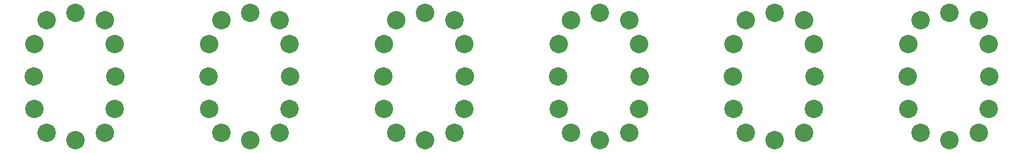
<source format=gbr>
G04 #@! TF.GenerationSoftware,KiCad,Pcbnew,(5.0.2)-1*
G04 #@! TF.CreationDate,2019-01-06T13:33:06-08:00*
G04 #@! TF.ProjectId,banana-nixie-clock,62616e61-6e61-42d6-9e69-7869652d636c,rev?*
G04 #@! TF.SameCoordinates,Original*
G04 #@! TF.FileFunction,Paste,Top*
G04 #@! TF.FilePolarity,Positive*
%FSLAX46Y46*%
G04 Gerber Fmt 4.6, Leading zero omitted, Abs format (unit mm)*
G04 Created by KiCad (PCBNEW (5.0.2)-1) date 1/6/2019 1:33:06 PM*
%MOMM*%
%LPD*%
G01*
G04 APERTURE LIST*
%ADD10C,2.540000*%
G04 APERTURE END LIST*
D10*
G04 #@! TO.C,N1*
X35242500Y-62156340D03*
X39240460Y-61155580D03*
X40733980Y-53340000D03*
X40606980Y-48841660D03*
X39240460Y-45524420D03*
X35242500Y-44523660D03*
X31244540Y-45524420D03*
X29560520Y-48841660D03*
X29433520Y-53340000D03*
X29560520Y-57838340D03*
X31244540Y-61155580D03*
X40606980Y-57838340D03*
G04 #@! TD*
G04 #@! TO.C,N2*
X64736980Y-57838340D03*
X55374540Y-61155580D03*
X53690520Y-57838340D03*
X53563520Y-53340000D03*
X53690520Y-48841660D03*
X55374540Y-45524420D03*
X59372500Y-44523660D03*
X63370460Y-45524420D03*
X64736980Y-48841660D03*
X64863980Y-53340000D03*
X63370460Y-61155580D03*
X59372500Y-62156340D03*
G04 #@! TD*
G04 #@! TO.C,N3*
X83502500Y-62156340D03*
X87500460Y-61155580D03*
X88993980Y-53340000D03*
X88866980Y-48841660D03*
X87500460Y-45524420D03*
X83502500Y-44523660D03*
X79504540Y-45524420D03*
X77820520Y-48841660D03*
X77693520Y-53340000D03*
X77820520Y-57838340D03*
X79504540Y-61155580D03*
X88866980Y-57838340D03*
G04 #@! TD*
G04 #@! TO.C,N4*
X112996980Y-57838340D03*
X103634540Y-61155580D03*
X101950520Y-57838340D03*
X101823520Y-53340000D03*
X101950520Y-48841660D03*
X103634540Y-45524420D03*
X107632500Y-44523660D03*
X111630460Y-45524420D03*
X112996980Y-48841660D03*
X113123980Y-53340000D03*
X111630460Y-61155580D03*
X107632500Y-62156340D03*
G04 #@! TD*
G04 #@! TO.C,N5*
X131762500Y-62156340D03*
X135760460Y-61155580D03*
X137253980Y-53340000D03*
X137126980Y-48841660D03*
X135760460Y-45524420D03*
X131762500Y-44523660D03*
X127764540Y-45524420D03*
X126080520Y-48841660D03*
X125953520Y-53340000D03*
X126080520Y-57838340D03*
X127764540Y-61155580D03*
X137126980Y-57838340D03*
G04 #@! TD*
G04 #@! TO.C,N6*
X161256980Y-57838340D03*
X151894540Y-61155580D03*
X150210520Y-57838340D03*
X150083520Y-53340000D03*
X150210520Y-48841660D03*
X151894540Y-45524420D03*
X155892500Y-44523660D03*
X159890460Y-45524420D03*
X161256980Y-48841660D03*
X161383980Y-53340000D03*
X159890460Y-61155580D03*
X155892500Y-62156340D03*
G04 #@! TD*
M02*

</source>
